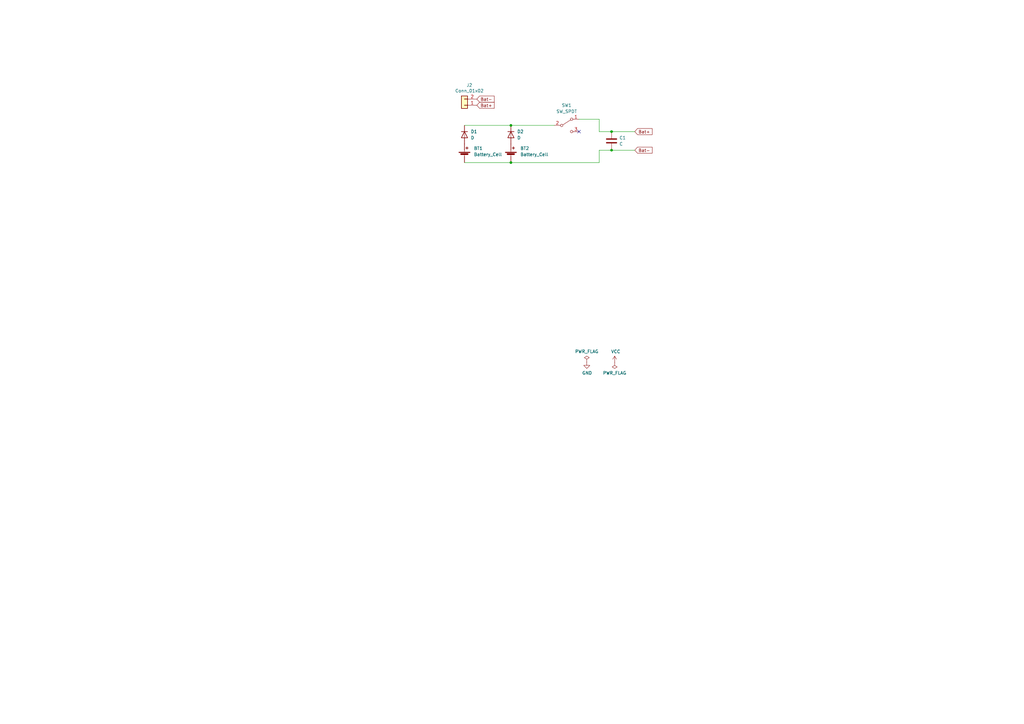
<source format=kicad_sch>
(kicad_sch (version 20211123) (generator eeschema)
  (paper "A3")
  (lib_symbols
    (symbol "Connector_Generic:Conn_01x02" (pin_names (offset 1.016) hide)
      (property "Reference" "J" (at 0 2.54 0))
      (property "Value" "Conn_01x02" (at 0 -5.08 0))
      (symbol "Conn_01x02_1_1"
        (rectangle (start -1.27 -2.413) (end 0 -2.667) (stroke (width 0.1524)))
        (rectangle (start -1.27 0.127) (end 0 -0.127) (stroke (width 0.1524)))
        (rectangle (start -1.27 1.27) (end 1.27 -3.81) (stroke (width 0.254)) (fill (type background)))
        (pin passive line (at -5.08 0 0) (length 3.81) (name "Pin_1") (number "1"))
        (pin passive line (at -5.08 -2.54 0) (length 3.81) (name "Pin_2") (number "2"))
      )
    )
    (symbol "Device:Battery_Cell" (pin_numbers hide) (pin_names (offset 0) hide)
      (property "Reference" "BT" (at 2.54 2.54 0))
      (property "Value" "Battery_Cell" (at 2.54 0 0))
      (symbol "Battery_Cell_0_1"
        (rectangle (start -2.286 1.778) (end 2.286 1.524) (fill (type outline)))
        (rectangle (start -1.5748 1.1938) (end 1.4732 0.6858) (fill (type outline)))
        (polyline (pts (xy 0 0.762) (xy 0 0)))
        (polyline (pts (xy 0 1.778) (xy 0 2.54)))
        (polyline (pts (xy 0.508 3.429) (xy 1.524 3.429)) (stroke (width 0.254)))
        (polyline (pts (xy 1.016 3.937) (xy 1.016 2.921)) (stroke (width 0.254)))
      )
      (symbol "Battery_Cell_1_1"
        (pin passive line (at 0 5.08 270) (length 2.54) (name "+") (number "1"))
        (pin passive line (at 0 -2.54 90) (length 2.54) (name "-") (number "2"))
      )
    )
    (symbol "Device:C" (pin_numbers hide) (pin_names (offset 0.254))
      (property "Reference" "C" (at 0.635 2.54 0))
      (property "Value" "C" (at 0.635 -2.54 0))
      (symbol "C_0_1"
        (polyline (pts (xy -2.032 -0.762) (xy 2.032 -0.762)) (stroke (width 0.508)))
        (polyline (pts (xy -2.032 0.762) (xy 2.032 0.762)) (stroke (width 0.508)))
      )
      (symbol "C_1_1"
        (pin passive line (at 0 3.81 270) (length 2.794) (name "~") (number "1"))
        (pin passive line (at 0 -3.81 90) (length 2.794) (name "~") (number "2"))
      )
    )
    (symbol "Device:D" (pin_numbers hide) (pin_names (offset 1.016) hide)
      (property "Reference" "D" (at 0 2.54 0))
      (property "Value" "D" (at 0 -2.54 0))
      (symbol "D_0_1"
        (polyline (pts (xy -1.27 1.27) (xy -1.27 -1.27)) (stroke (width 0.254)))
        (polyline (pts (xy 1.27 0) (xy -1.27 0)))
        (polyline (pts (xy 1.27 1.27) (xy 1.27 -1.27) (xy -1.27 0) (xy 1.27 1.27)) (stroke (width 0.254)))
      )
      (symbol "D_1_1"
        (pin passive line (at -3.81 0 0) (length 2.54) (name "K") (number "1"))
        (pin passive line (at 3.81 0 180) (length 2.54) (name "A") (number "2"))
      )
    )
    (symbol "Switch:SW_SPDT" (pin_names (offset 0) hide)
      (property "Reference" "SW" (at 0 4.318 0))
      (property "Value" "SW_SPDT" (at 0 -5.08 0))
      (symbol "SW_SPDT_0_0"
        (circle (center -2.032 0) (radius 0.508))
        (circle (center 2.032 -2.54) (radius 0.508))
      )
      (symbol "SW_SPDT_0_1"
        (polyline (pts (xy -1.524 0.254) (xy 1.651 2.286)))
        (circle (center 2.032 2.54) (radius 0.508))
      )
      (symbol "SW_SPDT_1_1"
        (pin passive line (at 5.08 2.54 180) (length 2.54) (name "A") (number "1"))
        (pin passive line (at -5.08 0 0) (length 2.54) (name "B") (number "2"))
        (pin passive line (at 5.08 -2.54 180) (length 2.54) (name "C") (number "3"))
      )
    )
    (symbol "power:GND" (power) (pin_names (offset 0))
      (property "Value" "GND" (at 0 -3.81 0))
      (symbol "GND_0_1"
        (polyline (pts (xy 0 0) (xy 0 -1.27) (xy 1.27 -1.27) (xy 0 -2.54) (xy -1.27 -1.27) (xy 0 -1.27)))
      )
      (symbol "GND_1_1"
        (pin power_in line (at 0 0 270) (length 0) hide (name "GND") (number "1"))
      )
    )
    (symbol "power:PWR_FLAG" (power) (pin_numbers hide) (pin_names (offset 0) hide)
      (property "Value" "PWR_FLAG" (at 0 3.81 0))
      (symbol "PWR_FLAG_0_0"
        (pin power_out line (at 0 0 90) (length 0) (name "pwr") (number "1"))
      )
      (symbol "PWR_FLAG_0_1"
        (polyline (pts (xy 0 0) (xy 0 1.27) (xy -1.016 1.905) (xy 0 2.54) (xy 1.016 1.905) (xy 0 1.27)))
      )
    )
    (symbol "power:VCC" (power) (pin_names (offset 0))
      (property "Value" "VCC" (at 0 3.81 0))
      (symbol "VCC_0_1"
        (polyline (pts (xy -0.762 1.27) (xy 0 2.54)))
        (polyline (pts (xy 0 0) (xy 0 2.54)))
        (polyline (pts (xy 0 2.54) (xy 0.762 1.27)))
      )
      (symbol "VCC_1_1"
        (pin power_in line (at 0 0 90) (length 0) hide (name "VCC") (number "1"))
      )
    )
  )
  (junction (at 209.55 66.675))
  (junction (at 250.825 61.595))
  (junction (at 250.825 53.975))
  (junction (at 209.55 51.435))
  (no_connect (at 237.49 53.975))
  (wire (pts (xy 209.55 66.675) (xy 245.745 66.675)))
  (wire (pts (xy 250.825 53.975) (xy 245.745 53.975)))
  (wire (pts (xy 250.825 53.975) (xy 260.35 53.975)))
  (wire (pts (xy 245.745 61.595) (xy 250.825 61.595)))
  (wire (pts (xy 237.49 48.895) (xy 245.745 48.895)))
  (wire (pts (xy 209.55 51.435) (xy 227.33 51.435)))
  (wire (pts (xy 245.745 53.975) (xy 245.745 48.895)))
  (wire (pts (xy 190.5 66.675) (xy 209.55 66.675)))
  (wire (pts (xy 190.5 51.435) (xy 209.55 51.435)))
  (wire (pts (xy 245.745 61.595) (xy 245.745 66.675)))
  (wire (pts (xy 250.825 61.595) (xy 260.35 61.595)))
  (global_label "Bat-" (shape input) (at 195.58 40.64 0) (property "Intersheet References" "${INTERSHEET_REFS}" (effects hide)))
  (global_label "Bat+" (shape input) (at 260.35 53.975 0) (property "Intersheet References" "${INTERSHEET_REFS}" (effects hide)))
  (global_label "Bat+" (shape input) (at 195.58 43.18 0) (property "Intersheet References" "${INTERSHEET_REFS}" (effects hide)))
  (global_label "Bat-" (shape input) (at 260.35 61.595 0) (property "Intersheet References" "${INTERSHEET_REFS}" (effects hide)))
  (symbol (lib_id "power:PWR_FLAG") (at 240.665 148.59 0) (unit 1)
    (property "Reference" "#FLG01" (effects hide))
    (property "Value" "PWR_FLAG" (at 240.665 144.1704 0))
  )
  (symbol (lib_id "power:PWR_FLAG") (at 252.095 148.59 180) (unit 1)
    (property "Reference" "#FLG02" (effects hide))
    (property "Value" "PWR_FLAG" (at 252.095 152.9842 0))
  )
  (symbol (lib_id "power:GND") (at 240.665 148.59 0) (unit 1)
    (property "Reference" "#PWR09" (effects hide))
    (property "Value" "GND" (at 240.792 152.9842 0))
  )
  (symbol (lib_id "power:VCC") (at 252.095 148.59 0) (unit 1)
    (property "Reference" "#PWR010" (effects hide))
    (property "Value" "VCC" (at 252.5268 144.1958 0))
  )
  (symbol (lib_id "Connector_Generic:Conn_01x02") (at 190.5 43.18 180) (unit 1)
    (property "Reference" "J2" (at 192.532 34.925 0))
    (property "Value" "Conn_01x02" (at 192.532 37.2364 0))
    (property "Footprint" "kbd_Parts:Battery_BMP_2pin" (effects hide))
  )
  (symbol (lib_id "Switch:SW_SPDT") (at 232.41 51.435 0) (unit 1)
    (property "Reference" "SW1" (at 232.41 43.18 0))
    (property "Value" "SW_SPDT" (at 232.41 45.72 0))
    (property "Footprint" "kbd_Parts:TGSW_MSK-12D19" (effects hide))
  )
  (symbol (lib_id "Device:D") (at 209.55 55.245 270) (unit 1)
    (property "Reference" "D2" (at 212.09 53.9749 90) (effects (justify left)))
    (property "Value" "D" (at 212.09 56.5149 90) (effects (justify left)))
    (property "Footprint" "kbd_Parts:Diode_SMD" (effects hide))
  )
  (symbol (lib_id "Device:Battery_Cell") (at 190.5 64.135 0) (unit 1)
    (property "Reference" "BT1" (at 194.31 60.8329 0) (effects (justify left)))
    (property "Value" "Battery_Cell" (at 194.31 63.3729 0) (effects (justify left)))
    (property "Footprint" "kbd_Parts:Battery_ali_CR1632" (effects hide))
  )
  (symbol (lib_id "Device:Battery_Cell") (at 209.55 64.135 0) (unit 1)
    (property "Reference" "BT2" (at 213.36 60.8329 0) (effects (justify left)))
    (property "Value" "Battery_Cell" (at 213.36 63.3729 0) (effects (justify left)))
    (property "Footprint" "kbd_Parts:Battery_ali_CR1632" (effects hide))
  )
  (symbol (lib_id "Device:D") (at 190.5 55.245 270) (unit 1)
    (property "Reference" "D1" (at 193.04 53.9749 90) (effects (justify left)))
    (property "Value" "D" (at 193.04 56.5149 90) (effects (justify left)))
    (property "Footprint" "kbd_Parts:Diode_SMD" (effects hide))
  )
  (symbol (lib_id "Device:C") (at 250.825 57.785 0) (unit 1)
    (property "Reference" "C1" (at 254 56.5149 0) (effects (justify left)))
    (property "Value" "C" (at 254 59.0549 0) (effects (justify left)))
    (property "Footprint" "kbd_Parts:Capacitor_1206" (effects hide))
  )
)
</source>
